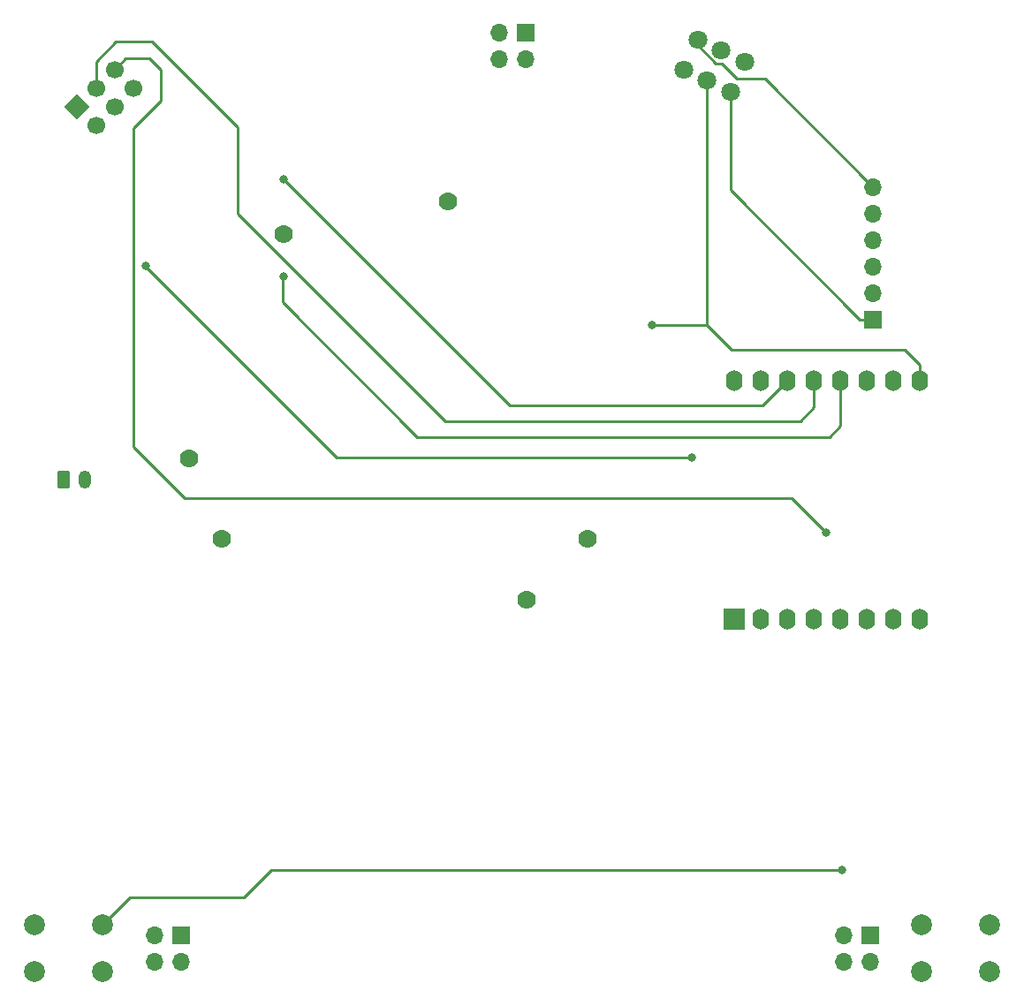
<source format=gbr>
%TF.GenerationSoftware,KiCad,Pcbnew,(6.0.9)*%
%TF.CreationDate,2023-02-14T14:55:24-08:00*%
%TF.ProjectId,DC31_Cnet_Badge_Rear,44433331-5f43-46e6-9574-5f4261646765,rev?*%
%TF.SameCoordinates,Original*%
%TF.FileFunction,Copper,L2,Bot*%
%TF.FilePolarity,Positive*%
%FSLAX46Y46*%
G04 Gerber Fmt 4.6, Leading zero omitted, Abs format (unit mm)*
G04 Created by KiCad (PCBNEW (6.0.9)) date 2023-02-14 14:55:24*
%MOMM*%
%LPD*%
G01*
G04 APERTURE LIST*
G04 Aperture macros list*
%AMRoundRect*
0 Rectangle with rounded corners*
0 $1 Rounding radius*
0 $2 $3 $4 $5 $6 $7 $8 $9 X,Y pos of 4 corners*
0 Add a 4 corners polygon primitive as box body*
4,1,4,$2,$3,$4,$5,$6,$7,$8,$9,$2,$3,0*
0 Add four circle primitives for the rounded corners*
1,1,$1+$1,$2,$3*
1,1,$1+$1,$4,$5*
1,1,$1+$1,$6,$7*
1,1,$1+$1,$8,$9*
0 Add four rect primitives between the rounded corners*
20,1,$1+$1,$2,$3,$4,$5,0*
20,1,$1+$1,$4,$5,$6,$7,0*
20,1,$1+$1,$6,$7,$8,$9,0*
20,1,$1+$1,$8,$9,$2,$3,0*%
%AMHorizOval*
0 Thick line with rounded ends*
0 $1 width*
0 $2 $3 position (X,Y) of the first rounded end (center of the circle)*
0 $4 $5 position (X,Y) of the second rounded end (center of the circle)*
0 Add line between two ends*
20,1,$1,$2,$3,$4,$5,0*
0 Add two circle primitives to create the rounded ends*
1,1,$1,$2,$3*
1,1,$1,$4,$5*%
%AMRotRect*
0 Rectangle, with rotation*
0 The origin of the aperture is its center*
0 $1 length*
0 $2 width*
0 $3 Rotation angle, in degrees counterclockwise*
0 Add horizontal line*
21,1,$1,$2,0,0,$3*%
G04 Aperture macros list end*
%TA.AperFunction,ComponentPad*%
%ADD10R,1.700000X1.700000*%
%TD*%
%TA.AperFunction,ComponentPad*%
%ADD11O,1.700000X1.700000*%
%TD*%
%TA.AperFunction,ComponentPad*%
%ADD12C,1.778000*%
%TD*%
%TA.AperFunction,ComponentPad*%
%ADD13C,1.800000*%
%TD*%
%TA.AperFunction,ComponentPad*%
%ADD14RoundRect,0.250000X-0.350000X-0.625000X0.350000X-0.625000X0.350000X0.625000X-0.350000X0.625000X0*%
%TD*%
%TA.AperFunction,ComponentPad*%
%ADD15O,1.200000X1.750000*%
%TD*%
%TA.AperFunction,ComponentPad*%
%ADD16RotRect,1.700000X1.700000X135.000000*%
%TD*%
%TA.AperFunction,ComponentPad*%
%ADD17HorizOval,1.700000X0.000000X0.000000X0.000000X0.000000X0*%
%TD*%
%TA.AperFunction,ComponentPad*%
%ADD18R,2.000000X2.000000*%
%TD*%
%TA.AperFunction,ComponentPad*%
%ADD19O,1.600000X2.000000*%
%TD*%
%TA.AperFunction,ComponentPad*%
%ADD20C,2.000000*%
%TD*%
%TA.AperFunction,ViaPad*%
%ADD21C,0.800000*%
%TD*%
%TA.AperFunction,Conductor*%
%ADD22C,0.250000*%
%TD*%
G04 APERTURE END LIST*
D10*
%TO.P,U1,1,OUT*%
%TO.N,Net-(S1-Pad3)*%
X134600000Y-82220000D03*
D11*
%TO.P,U1,2,GND*%
%TO.N,GND*%
X134600000Y-79680000D03*
%TO.P,U1,3,BATT*%
%TO.N,Net-(J5-Pad1)*%
X134600000Y-77140000D03*
%TO.P,U1,4,GND*%
%TO.N,GND*%
X134600000Y-74600000D03*
%TO.P,U1,5,GND*%
X134600000Y-72060000D03*
%TO.P,U1,6,VIN*%
%TO.N,Net-(S1-Pad1)*%
X134600000Y-69520000D03*
%TD*%
D10*
%TO.P,J1,1,Pin_1*%
%TO.N,unconnected-(J1-Pad1)*%
X101290000Y-54750000D03*
D11*
%TO.P,J1,2,Pin_2*%
%TO.N,unconnected-(J1-Pad2)*%
X98750000Y-54750000D03*
%TO.P,J1,3,Pin_3*%
%TO.N,unconnected-(J1-Pad3)*%
X101290000Y-57290000D03*
%TO.P,J1,4,Pin_4*%
%TO.N,unconnected-(J1-Pad4)*%
X98750000Y-57290000D03*
%TD*%
D12*
%TO.P,NP1,1,IN*%
%TO.N,Net-(NP1-Pad1)*%
X78066800Y-74048600D03*
%TO.P,NP1,2,OUT*%
%TO.N,unconnected-(NP1-Pad2)*%
X93814800Y-70949800D03*
%TO.P,NP1,3,GND*%
%TO.N,GND*%
X107226000Y-103258600D03*
%TO.P,NP1,4,GND*%
X101384000Y-109126000D03*
%TO.P,NP1,5,VCC*%
%TO.N,VCC*%
X72148600Y-103233200D03*
%TO.P,NP1,6,VCC*%
X69049800Y-95587800D03*
%TD*%
D10*
%TO.P,J2,1,Pin_1*%
%TO.N,unconnected-(J2-Pad1)*%
X134290000Y-141250000D03*
D11*
%TO.P,J2,2,Pin_2*%
%TO.N,unconnected-(J2-Pad2)*%
X131750000Y-141250000D03*
%TO.P,J2,3,Pin_3*%
%TO.N,unconnected-(J2-Pad3)*%
X134290000Y-143790000D03*
%TO.P,J2,4,Pin_4*%
%TO.N,unconnected-(J2-Pad4)*%
X131750000Y-143790000D03*
%TD*%
D13*
%TO.P,S1,1*%
%TO.N,Net-(S1-Pad1)*%
X117768461Y-55386909D03*
%TO.P,S1,2*%
%TO.N,VCC*%
X120034230Y-56443455D03*
%TO.P,S1,3*%
%TO.N,Net-(S1-Pad3)*%
X122300000Y-57500000D03*
%TO.P,S1,4*%
%TO.N,Net-(S1-Pad1)*%
X116416083Y-58287094D03*
%TO.P,S1,5*%
%TO.N,VCC*%
X118681852Y-59343640D03*
%TO.P,S1,6*%
%TO.N,Net-(S1-Pad3)*%
X120947621Y-60400185D03*
%TD*%
D14*
%TO.P,J5,1,Pin_1*%
%TO.N,Net-(J5-Pad1)*%
X57000000Y-97550000D03*
D15*
%TO.P,J5,2,Pin_2*%
%TO.N,GND*%
X59000000Y-97550000D03*
%TD*%
D16*
%TO.P,J4,1,Pin_1*%
%TO.N,Net-(J4-Pad1)*%
X58302388Y-61873277D03*
D17*
%TO.P,J4,2,Pin_2*%
%TO.N,GND*%
X60098439Y-63669328D03*
%TO.P,J4,3,Pin_3*%
%TO.N,Net-(J4-Pad3)*%
X60098439Y-60077226D03*
%TO.P,J4,4,Pin_4*%
%TO.N,Net-(J4-Pad4)*%
X61894490Y-61873277D03*
%TO.P,J4,5,Pin_5*%
%TO.N,Net-(J4-Pad5)*%
X61894490Y-58281175D03*
%TO.P,J4,6,Pin_6*%
%TO.N,unconnected-(J4-Pad6)*%
X63690542Y-60077226D03*
%TD*%
D10*
%TO.P,J3,1,Pin_1*%
%TO.N,unconnected-(J3-Pad1)*%
X68290000Y-141250000D03*
D11*
%TO.P,J3,2,Pin_2*%
%TO.N,unconnected-(J3-Pad2)*%
X65750000Y-141250000D03*
%TO.P,J3,3,Pin_3*%
%TO.N,unconnected-(J3-Pad3)*%
X68290000Y-143790000D03*
%TO.P,J3,4,Pin_4*%
%TO.N,unconnected-(J3-Pad4)*%
X65750000Y-143790000D03*
%TD*%
D18*
%TO.P,U2,1,~{RST}*%
%TO.N,unconnected-(U2-Pad1)*%
X121300000Y-111000000D03*
D19*
%TO.P,U2,2,A0*%
%TO.N,unconnected-(U2-Pad2)*%
X123840000Y-111000000D03*
%TO.P,U2,3,D0*%
%TO.N,unconnected-(U2-Pad3)*%
X126380000Y-111000000D03*
%TO.P,U2,4,SCK/D5*%
%TO.N,Net-(SW1-Pad1)*%
X128920000Y-111000000D03*
%TO.P,U2,5,MISO/D6*%
%TO.N,Net-(SW2-Pad1)*%
X131460000Y-111000000D03*
%TO.P,U2,6,MOSI/D7*%
%TO.N,Net-(J4-Pad5)*%
X134000000Y-111000000D03*
%TO.P,U2,7,CS/D8*%
%TO.N,unconnected-(U2-Pad7)*%
X136540000Y-111000000D03*
%TO.P,U2,8,3V3*%
%TO.N,Net-(J4-Pad1)*%
X139080000Y-111000000D03*
%TO.P,U2,9,5V*%
%TO.N,VCC*%
X139080000Y-88140000D03*
%TO.P,U2,10,GND*%
%TO.N,GND*%
X136540000Y-88140000D03*
%TO.P,U2,11,D4*%
%TO.N,unconnected-(U2-Pad11)*%
X134000000Y-88140000D03*
%TO.P,U2,12,D3*%
%TO.N,Net-(NP1-Pad1)*%
X131460000Y-88140000D03*
%TO.P,U2,13,SDA/D2*%
%TO.N,Net-(J4-Pad3)*%
X128920000Y-88140000D03*
%TO.P,U2,14,SCL/D1*%
%TO.N,Net-(J4-Pad4)*%
X126380000Y-88140000D03*
%TO.P,U2,15,RX*%
%TO.N,unconnected-(U2-Pad15)*%
X123840000Y-88140000D03*
%TO.P,U2,16,TX*%
%TO.N,unconnected-(U2-Pad16)*%
X121300000Y-88140000D03*
%TD*%
D20*
%TO.P,SW2,1,1*%
%TO.N,Net-(SW2-Pad1)*%
X60750000Y-140250000D03*
X54250000Y-140250000D03*
%TO.P,SW2,2,2*%
%TO.N,GND*%
X54250000Y-144750000D03*
X60750000Y-144750000D03*
%TD*%
%TO.P,SW1,1,1*%
%TO.N,Net-(SW1-Pad1)*%
X145750000Y-140250000D03*
X139250000Y-140250000D03*
%TO.P,SW1,2,2*%
%TO.N,GND*%
X139250000Y-144750000D03*
X145750000Y-144750000D03*
%TD*%
D21*
%TO.N,VCC*%
X113400000Y-82800000D03*
%TO.N,Net-(J4-Pad4)*%
X78100000Y-68800000D03*
%TO.N,Net-(J4-Pad5)*%
X130100000Y-102700000D03*
%TO.N,Net-(NP1-Pad1)*%
X78100000Y-78100000D03*
%TO.N,Net-(SW2-Pad1)*%
X131600000Y-135000000D03*
%TO.N,Net-(J4-Pad1)*%
X64900000Y-77100000D03*
X117200000Y-95500000D03*
%TD*%
D22*
%TO.N,VCC*%
X137600000Y-85100000D02*
X121000000Y-85100000D01*
X118663704Y-82800000D02*
X118681852Y-82781852D01*
X139080000Y-88140000D02*
X139080000Y-86580000D01*
X118681852Y-82781852D02*
X118681852Y-59343640D01*
X121000000Y-85100000D02*
X118681852Y-82781852D01*
X139080000Y-86580000D02*
X137600000Y-85100000D01*
X113400000Y-82800000D02*
X118663704Y-82800000D01*
%TO.N,Net-(S1-Pad1)*%
X134600000Y-69520000D02*
X124216443Y-59136443D01*
X119526818Y-57668455D02*
X117768461Y-55910098D01*
X120068455Y-57668455D02*
X119526818Y-57668455D01*
X117768461Y-55910098D02*
X117768461Y-55386909D01*
X124216443Y-59136443D02*
X121536443Y-59136443D01*
X121536443Y-59136443D02*
X120068455Y-57668455D01*
%TO.N,Net-(J4-Pad3)*%
X73700000Y-72100000D02*
X93600000Y-92000000D01*
X73700000Y-63800000D02*
X73700000Y-72100000D01*
X62000000Y-55600000D02*
X65500000Y-55600000D01*
X60098439Y-60077226D02*
X60098439Y-57501561D01*
X60098439Y-57501561D02*
X62000000Y-55600000D01*
X128920000Y-90680000D02*
X128920000Y-88140000D01*
X93600000Y-92000000D02*
X127600000Y-92000000D01*
X65500000Y-55600000D02*
X73700000Y-63800000D01*
X127600000Y-92000000D02*
X128920000Y-90680000D01*
%TO.N,Net-(J4-Pad4)*%
X124020000Y-90500000D02*
X126380000Y-88140000D01*
X78100000Y-68800000D02*
X99800000Y-90500000D01*
X99800000Y-90500000D02*
X124020000Y-90500000D01*
%TO.N,Net-(J4-Pad5)*%
X63690542Y-94490542D02*
X63690542Y-63909458D01*
X66300000Y-58300000D02*
X65200000Y-57200000D01*
X130100000Y-102700000D02*
X126800000Y-99400000D01*
X126800000Y-99400000D02*
X68600000Y-99400000D01*
X63690542Y-63909458D02*
X66300000Y-61300000D01*
X65200000Y-57200000D02*
X62975665Y-57200000D01*
X68600000Y-99400000D02*
X63690542Y-94490542D01*
X62975665Y-57200000D02*
X61894490Y-58281175D01*
X66300000Y-61300000D02*
X66300000Y-58300000D01*
%TO.N,Net-(NP1-Pad1)*%
X130400000Y-93500000D02*
X131460000Y-92440000D01*
X78000000Y-78200000D02*
X78100000Y-78100000D01*
X78000000Y-80600000D02*
X78000000Y-78900000D01*
X131460000Y-92440000D02*
X131460000Y-88140000D01*
X90900000Y-93500000D02*
X78000000Y-80600000D01*
X90900000Y-93500000D02*
X130400000Y-93500000D01*
X78000000Y-78900000D02*
X78000000Y-78200000D01*
%TO.N,Net-(SW2-Pad1)*%
X76900000Y-135000000D02*
X74300000Y-137600000D01*
X131600000Y-135000000D02*
X76900000Y-135000000D01*
X74300000Y-137600000D02*
X63400000Y-137600000D01*
X63400000Y-137600000D02*
X60750000Y-140250000D01*
%TO.N,Net-(J4-Pad1)*%
X81900000Y-94200000D02*
X64900000Y-77200000D01*
X64900000Y-77200000D02*
X64900000Y-77100000D01*
X117200000Y-95500000D02*
X83200000Y-95500000D01*
X83200000Y-95500000D02*
X81900000Y-94200000D01*
%TO.N,Net-(S1-Pad3)*%
X134600000Y-82220000D02*
X133320000Y-82220000D01*
X133320000Y-82220000D02*
X120947621Y-69847621D01*
X120947621Y-69847621D02*
X120947621Y-60400185D01*
%TD*%
M02*

</source>
